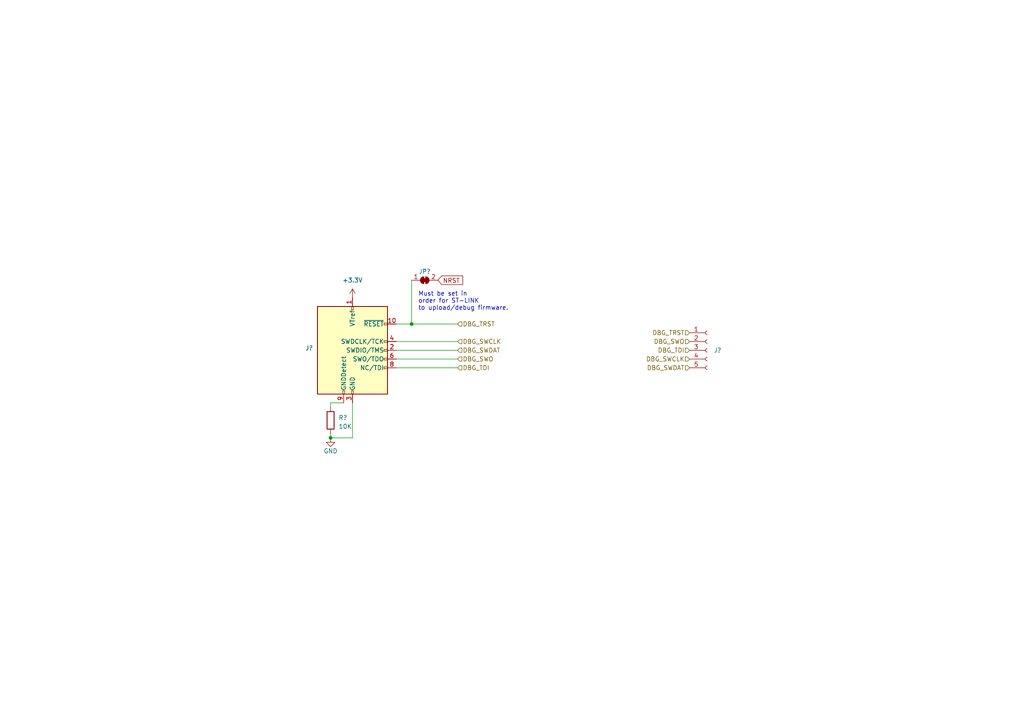
<source format=kicad_sch>
(kicad_sch (version 20230121) (generator eeschema)
  (paper "A4")
  (lib_symbols
    (symbol "Connector:Conn_01x05_Socket" (pin_names (offset 1.016) hide)
      (property "Reference" "J" (at 0 7.62 0))
      (property "Value" "Conn_01x05_Socket" (at 0 -7.62 0))
      (symbol "Conn_01x05_Socket_1_1"
        (arc (start 0 -4.572) (mid -0.5058 -5.08) (end 0 -5.588) (stroke (width 0.1524)))
        (arc (start 0 -2.032) (mid -0.5058 -2.54) (end 0 -3.048) (stroke (width 0.1524)))
        (polyline (pts (xy -1.27 -5.08) (xy -0.508 -5.08)) (stroke (width 0.1524)))
        (polyline (pts (xy -1.27 -2.54) (xy -0.508 -2.54)) (stroke (width 0.1524)))
        (polyline (pts (xy -1.27 0) (xy -0.508 0)) (stroke (width 0.1524)))
        (polyline (pts (xy -1.27 2.54) (xy -0.508 2.54)) (stroke (width 0.1524)))
        (polyline (pts (xy -1.27 5.08) (xy -0.508 5.08)) (stroke (width 0.1524)))
        (arc (start 0 0.508) (mid -0.5058 0) (end 0 -0.508) (stroke (width 0.1524)))
        (arc (start 0 3.048) (mid -0.5058 2.54) (end 0 2.032) (stroke (width 0.1524)))
        (arc (start 0 5.588) (mid -0.5058 5.08) (end 0 4.572) (stroke (width 0.1524)))
        (pin passive line (at -5.08 5.08 0) (length 3.81) (name "Pin_1") (number "1"))
        (pin passive line (at -5.08 2.54 0) (length 3.81) (name "Pin_2") (number "2"))
        (pin passive line (at -5.08 0 0) (length 3.81) (name "Pin_3") (number "3"))
        (pin passive line (at -5.08 -2.54 0) (length 3.81) (name "Pin_4") (number "4"))
        (pin passive line (at -5.08 -5.08 0) (length 3.81) (name "Pin_5") (number "5"))
      )
    )
    (symbol "Connector:Conn_ARM_JTAG_SWD_10" (pin_names (offset 1.016))
      (property "Reference" "J" (at -2.54 16.51 0))
      (property "Value" "Conn_ARM_JTAG_SWD_10" (at -2.54 13.97 0))
      (symbol "Conn_ARM_JTAG_SWD_10_0_1"
        (rectangle (start -10.16 12.7) (end 10.16 -12.7) (stroke (width 0.254)) (fill (type background)))
        (rectangle (start -2.794 -12.7) (end -2.286 -11.684))
        (rectangle (start -0.254 -12.7) (end 0.254 -11.684))
        (rectangle (start -0.254 12.7) (end 0.254 11.684))
        (rectangle (start 9.144 2.286) (end 10.16 2.794))
        (rectangle (start 10.16 -2.794) (end 9.144 -2.286))
        (rectangle (start 10.16 -0.254) (end 9.144 0.254))
        (rectangle (start 10.16 7.874) (end 9.144 7.366))
      )
      (symbol "Conn_ARM_JTAG_SWD_10_1_1"
        (rectangle (start 9.144 -5.334) (end 10.16 -4.826))
        (pin power_in line (at 0 15.24 270) (length 2.54) (name "VTref") (number "1"))
        (pin open_collector line (at 12.7 7.62 180) (length 2.54) (name "~{RESET}") (number "10"))
        (pin bidirectional line (at 12.7 0 180) (length 2.54) (name "SWDIO/TMS") (number "2"))
        (pin power_in line (at 0 -15.24 90) (length 2.54) (name "GND") (number "3"))
        (pin output line (at 12.7 2.54 180) (length 2.54) (name "SWDCLK/TCK") (number "4"))
        (pin passive line (at 0 -15.24 90) (length 2.54) hide (name "GND") (number "5"))
        (pin input line (at 12.7 -2.54 180) (length 2.54) (name "SWO/TDO") (number "6"))
        (pin no_connect line (at -10.16 0 0) (length 2.54) hide (name "KEY") (number "7"))
        (pin output line (at 12.7 -5.08 180) (length 2.54) (name "NC/TDI") (number "8"))
        (pin passive line (at -2.54 -15.24 90) (length 2.54) (name "GNDDetect") (number "9"))
      )
    )
    (symbol "Device:R" (pin_numbers hide) (pin_names (offset 0))
      (property "Reference" "R" (at 2.032 0 90))
      (property "Value" "R" (at 0 0 90))
      (symbol "R_0_1"
        (rectangle (start -1.016 -2.54) (end 1.016 2.54) (stroke (width 0.254)))
      )
      (symbol "R_1_1"
        (pin passive line (at 0 3.81 270) (length 1.27) (name "~") (number "1"))
        (pin passive line (at 0 -3.81 90) (length 1.27) (name "~") (number "2"))
      )
    )
    (symbol "Jumper:SolderJumper_2_Bridged" (pin_names (offset 0) hide)
      (property "Reference" "JP" (at 0 2.032 0))
      (property "Value" "SolderJumper_2_Bridged" (at 0 -2.54 0))
      (symbol "SolderJumper_2_Bridged_0_1"
        (rectangle (start -0.508 0.508) (end 0.508 -0.508) (fill (type outline)))
        (arc (start -0.254 1.016) (mid -1.2656 0) (end -0.254 -1.016))
        (arc (start -0.254 1.016) (mid -1.2656 0) (end -0.254 -1.016) (fill (type outline)))
        (polyline (pts (xy -0.254 1.016) (xy -0.254 -1.016)))
        (polyline (pts (xy 0.254 1.016) (xy 0.254 -1.016)))
        (arc (start 0.254 -1.016) (mid 1.2656 0) (end 0.254 1.016))
        (arc (start 0.254 -1.016) (mid 1.2656 0) (end 0.254 1.016) (fill (type outline)))
      )
      (symbol "SolderJumper_2_Bridged_1_1"
        (pin passive line (at -3.81 0 0) (length 2.54) (name "A") (number "1"))
        (pin passive line (at 3.81 0 180) (length 2.54) (name "B") (number "2"))
      )
    )
    (symbol "power:+3.3V" (power) (pin_names (offset 0))
      (property "Value" "+3.3V" (at 0 3.556 0))
      (symbol "+3.3V_0_1"
        (polyline (pts (xy -0.762 1.27) (xy 0 2.54)))
        (polyline (pts (xy 0 0) (xy 0 2.54)))
        (polyline (pts (xy 0 2.54) (xy 0.762 1.27)))
      )
      (symbol "+3.3V_1_1"
        (pin power_in line (at 0 0 90) (length 0) hide (name "+3.3V") (number "1"))
      )
    )
    (symbol "power:GND" (power) (pin_names (offset 0))
      (property "Value" "GND" (at 0 -3.81 0))
      (symbol "GND_0_1"
        (polyline (pts (xy 0 0) (xy 0 -1.27) (xy 1.27 -1.27) (xy 0 -2.54) (xy -1.27 -1.27) (xy 0 -1.27)))
      )
      (symbol "GND_1_1"
        (pin power_in line (at 0 0 270) (length 0) hide (name "GND") (number "1"))
      )
    )
  )
  (junction (at 119.38 93.98))
  (junction (at 95.885 127))
  (wire (pts (xy 99.695 116.84) (xy 95.885 116.84)))
  (wire (pts (xy 102.235 127) (xy 102.235 116.84)))
  (wire (pts (xy 95.885 116.84) (xy 95.885 118.11)))
  (wire (pts (xy 95.885 125.73) (xy 95.885 127)))
  (wire (pts (xy 114.935 106.68) (xy 132.715 106.68)))
  (wire (pts (xy 114.935 104.14) (xy 132.715 104.14)))
  (wire (pts (xy 114.935 101.6) (xy 132.715 101.6)))
  (wire (pts (xy 114.935 99.06) (xy 132.715 99.06)))
  (wire (pts (xy 114.935 93.98) (xy 119.38 93.98)))
  (wire (pts (xy 95.885 127) (xy 102.235 127)))
  (wire (pts (xy 119.38 93.98) (xy 132.715 93.98)))
  (wire (pts (xy 119.38 81.28) (xy 119.38 93.98)))
  (text "Must be set in \norder for ST-LINK \nto upload/debug firmware." (at 121.285 90.17 0) (effects (font (size 1.27 1.27)) (justify left bottom)))
  (global_label "NRST" (shape input) (at 127 81.28 0) (property "Intersheetrefs" "${INTERSHEET_REFS}" (effects hide)))
  (hierarchical_label "DBG_SWO" (shape input) (at 200.025 99.06 180))
  (hierarchical_label "DBG_TRST" (shape input) (at 200.025 96.52 180))
  (hierarchical_label "DBG_SWDAT" (shape input) (at 200.025 106.68 180))
  (hierarchical_label "DBG_SWDAT" (shape input) (at 132.715 101.6 0))
  (hierarchical_label "DBG_TDI" (shape input) (at 200.025 101.6 180))
  (hierarchical_label "DBG_TRST" (shape input) (at 132.715 93.98 0))
  (hierarchical_label "DBG_SWO" (shape input) (at 132.715 104.14 0))
  (hierarchical_label "DBG_SWCLK" (shape input) (at 132.715 99.06 0))
  (hierarchical_label "DBG_TDI" (shape input) (at 132.715 106.68 0))
  (hierarchical_label "DBG_SWCLK" (shape input) (at 200.025 104.14 180))
  (symbol (lib_id "power:+3.3V") (at 102.235 86.36 0) (unit 1)
    (property "Reference" "#PWR?" (effects hide))
    (property "Value" "+3.3V" (at 102.235 81.28 0))
    (instances (project "phenobottle" (path "" (reference "#PWR?") (unit 1)) (path "" (reference "#PWR05") (unit 1))) (project "u-nit" (path "" (reference "#PWR02") (unit 1))))
  )
  (symbol (lib_id "Jumper:SolderJumper_2_Bridged") (at 123.19 81.28 0) (unit 1)
    (property "Reference" "JP?" (at 123.19 78.74 0))
    (property "Value" "~" (at 123.19 78.105 0))
    (property "Footprint" "Jumper:SolderJumper-2_P1.3mm_Bridged_Pad1.0x1.5mm" (effects hide))
    (instances (project "phenobottle" (path "" (reference "JP?") (unit 1)) (path "" (reference "JP?") (unit 1))) (project "u-nit" (path "" (reference "JP1") (unit 1))))
  )
  (symbol (lib_id "power:GND") (at 95.885 127 0) (unit 1)
    (property "Reference" "#PWR?" (effects hide))
    (property "Value" "GND" (at 95.885 130.81 0))
    (instances (project "phenobottle" (path "" (reference "#PWR?") (unit 1)) (path "" (reference "#PWR04") (unit 1))) (project "u-nit" (path "" (reference "#PWR01") (unit 1))) (project "blackbox" (path "" (reference "#PWR02") (unit 1))))
  )
  (symbol (lib_id "Connector:Conn_ARM_JTAG_SWD_10") (at 102.235 101.6 0) (unit 1)
    (property "Reference" "J?" (at 90.805 100.965 0) (effects (justify right)))
    (property "Value" "Conn_ARM_JTAG_SWD_10" (effects hide))
    (property "Footprint" "Connector_PinHeader_1.27mm:PinHeader_2x05_P1.27mm_Vertical" (effects hide))
    (property "Datasheet" "http://infocenter.arm.com/help/topic/com.arm.doc.ddi0314h/DDI0314H_coresight_components_trm.pdf" (effects hide))
    (property "Part" "GRPB052VWVN-RC" (effects hide))
    (instances (project "phenobottle" (path "" (reference "J?") (unit 1)) (path "" (reference "J?") (unit 1))) (project "u-nit" (path "" (reference "J3") (unit 1))) (project "blackbox" (path "" (reference "J1") (unit 1))))
  )
  (symbol (lib_id "Device:R") (at 95.885 121.92 0) (unit 1)
    (property "Reference" "R?" (at 98.171 121.158 0) (effects (justify left)))
    (property "Value" "10K" (at 98.171 123.698 0) (effects (justify left)))
    (property "Footprint" "Resistor_SMD:R_0805_2012Metric" (effects hide))
    (instances (project "phenobottle" (path "" (reference "R?") (unit 1)) (path "" (reference "R?") (unit 1))) (project "u-nit" (path "" (reference "R1") (unit 1))) (project "blackbox" (path "" (reference "R1") (unit 1))))
  )
  (symbol (lib_id "Connector:Conn_01x05_Socket") (at 205.105 101.6 0) (unit 1)
    (property "Reference" "J?" (at 207.01 101.6 0) (effects (justify left)))
    (property "Value" "Conn_01x05_Socket" (effects hide))
    (property "Footprint" "Connector_PinSocket_2.54mm:PinSocket_1x05_P2.54mm_Vertical" (effects hide))
    (instances (project "phenobottle" (path "" (reference "J?") (unit 1)) (path "" (reference "J?") (unit 1))) (project "u-nit" (path "" (reference "J4") (unit 1))))
  )
)
</source>
